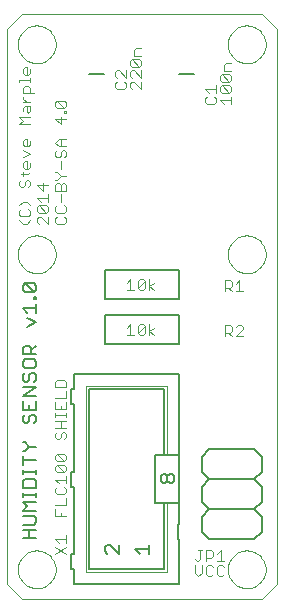
<source format=gto>
G75*
G70*
%OFA0B0*%
%FSLAX24Y24*%
%IPPOS*%
%LPD*%
%AMOC8*
5,1,8,0,0,1.08239X$1,22.5*
%
%ADD10C,0.0000*%
%ADD11C,0.0060*%
%ADD12C,0.0040*%
%ADD13C,0.0020*%
%ADD14C,0.0050*%
%ADD15C,0.0080*%
D10*
X001675Y001175D02*
X001175Y001675D01*
X001175Y020175D01*
X001675Y020675D01*
X009675Y020675D01*
X010175Y020175D01*
X010175Y001675D01*
X009675Y001175D01*
X001675Y001175D01*
X001545Y002175D02*
X001547Y002225D01*
X001553Y002275D01*
X001563Y002324D01*
X001577Y002372D01*
X001594Y002419D01*
X001615Y002464D01*
X001640Y002508D01*
X001668Y002549D01*
X001700Y002588D01*
X001734Y002625D01*
X001771Y002659D01*
X001811Y002689D01*
X001853Y002716D01*
X001897Y002740D01*
X001943Y002761D01*
X001990Y002777D01*
X002038Y002790D01*
X002088Y002799D01*
X002137Y002804D01*
X002188Y002805D01*
X002238Y002802D01*
X002287Y002795D01*
X002336Y002784D01*
X002384Y002769D01*
X002430Y002751D01*
X002475Y002729D01*
X002518Y002703D01*
X002559Y002674D01*
X002598Y002642D01*
X002634Y002607D01*
X002666Y002569D01*
X002696Y002529D01*
X002723Y002486D01*
X002746Y002442D01*
X002765Y002396D01*
X002781Y002348D01*
X002793Y002299D01*
X002801Y002250D01*
X002805Y002200D01*
X002805Y002150D01*
X002801Y002100D01*
X002793Y002051D01*
X002781Y002002D01*
X002765Y001954D01*
X002746Y001908D01*
X002723Y001864D01*
X002696Y001821D01*
X002666Y001781D01*
X002634Y001743D01*
X002598Y001708D01*
X002559Y001676D01*
X002518Y001647D01*
X002475Y001621D01*
X002430Y001599D01*
X002384Y001581D01*
X002336Y001566D01*
X002287Y001555D01*
X002238Y001548D01*
X002188Y001545D01*
X002137Y001546D01*
X002088Y001551D01*
X002038Y001560D01*
X001990Y001573D01*
X001943Y001589D01*
X001897Y001610D01*
X001853Y001634D01*
X001811Y001661D01*
X001771Y001691D01*
X001734Y001725D01*
X001700Y001762D01*
X001668Y001801D01*
X001640Y001842D01*
X001615Y001886D01*
X001594Y001931D01*
X001577Y001978D01*
X001563Y002026D01*
X001553Y002075D01*
X001547Y002125D01*
X001545Y002175D01*
X001545Y012675D02*
X001547Y012725D01*
X001553Y012775D01*
X001563Y012824D01*
X001577Y012872D01*
X001594Y012919D01*
X001615Y012964D01*
X001640Y013008D01*
X001668Y013049D01*
X001700Y013088D01*
X001734Y013125D01*
X001771Y013159D01*
X001811Y013189D01*
X001853Y013216D01*
X001897Y013240D01*
X001943Y013261D01*
X001990Y013277D01*
X002038Y013290D01*
X002088Y013299D01*
X002137Y013304D01*
X002188Y013305D01*
X002238Y013302D01*
X002287Y013295D01*
X002336Y013284D01*
X002384Y013269D01*
X002430Y013251D01*
X002475Y013229D01*
X002518Y013203D01*
X002559Y013174D01*
X002598Y013142D01*
X002634Y013107D01*
X002666Y013069D01*
X002696Y013029D01*
X002723Y012986D01*
X002746Y012942D01*
X002765Y012896D01*
X002781Y012848D01*
X002793Y012799D01*
X002801Y012750D01*
X002805Y012700D01*
X002805Y012650D01*
X002801Y012600D01*
X002793Y012551D01*
X002781Y012502D01*
X002765Y012454D01*
X002746Y012408D01*
X002723Y012364D01*
X002696Y012321D01*
X002666Y012281D01*
X002634Y012243D01*
X002598Y012208D01*
X002559Y012176D01*
X002518Y012147D01*
X002475Y012121D01*
X002430Y012099D01*
X002384Y012081D01*
X002336Y012066D01*
X002287Y012055D01*
X002238Y012048D01*
X002188Y012045D01*
X002137Y012046D01*
X002088Y012051D01*
X002038Y012060D01*
X001990Y012073D01*
X001943Y012089D01*
X001897Y012110D01*
X001853Y012134D01*
X001811Y012161D01*
X001771Y012191D01*
X001734Y012225D01*
X001700Y012262D01*
X001668Y012301D01*
X001640Y012342D01*
X001615Y012386D01*
X001594Y012431D01*
X001577Y012478D01*
X001563Y012526D01*
X001553Y012575D01*
X001547Y012625D01*
X001545Y012675D01*
X001545Y019675D02*
X001547Y019725D01*
X001553Y019775D01*
X001563Y019824D01*
X001577Y019872D01*
X001594Y019919D01*
X001615Y019964D01*
X001640Y020008D01*
X001668Y020049D01*
X001700Y020088D01*
X001734Y020125D01*
X001771Y020159D01*
X001811Y020189D01*
X001853Y020216D01*
X001897Y020240D01*
X001943Y020261D01*
X001990Y020277D01*
X002038Y020290D01*
X002088Y020299D01*
X002137Y020304D01*
X002188Y020305D01*
X002238Y020302D01*
X002287Y020295D01*
X002336Y020284D01*
X002384Y020269D01*
X002430Y020251D01*
X002475Y020229D01*
X002518Y020203D01*
X002559Y020174D01*
X002598Y020142D01*
X002634Y020107D01*
X002666Y020069D01*
X002696Y020029D01*
X002723Y019986D01*
X002746Y019942D01*
X002765Y019896D01*
X002781Y019848D01*
X002793Y019799D01*
X002801Y019750D01*
X002805Y019700D01*
X002805Y019650D01*
X002801Y019600D01*
X002793Y019551D01*
X002781Y019502D01*
X002765Y019454D01*
X002746Y019408D01*
X002723Y019364D01*
X002696Y019321D01*
X002666Y019281D01*
X002634Y019243D01*
X002598Y019208D01*
X002559Y019176D01*
X002518Y019147D01*
X002475Y019121D01*
X002430Y019099D01*
X002384Y019081D01*
X002336Y019066D01*
X002287Y019055D01*
X002238Y019048D01*
X002188Y019045D01*
X002137Y019046D01*
X002088Y019051D01*
X002038Y019060D01*
X001990Y019073D01*
X001943Y019089D01*
X001897Y019110D01*
X001853Y019134D01*
X001811Y019161D01*
X001771Y019191D01*
X001734Y019225D01*
X001700Y019262D01*
X001668Y019301D01*
X001640Y019342D01*
X001615Y019386D01*
X001594Y019431D01*
X001577Y019478D01*
X001563Y019526D01*
X001553Y019575D01*
X001547Y019625D01*
X001545Y019675D01*
X008545Y019675D02*
X008547Y019725D01*
X008553Y019775D01*
X008563Y019824D01*
X008577Y019872D01*
X008594Y019919D01*
X008615Y019964D01*
X008640Y020008D01*
X008668Y020049D01*
X008700Y020088D01*
X008734Y020125D01*
X008771Y020159D01*
X008811Y020189D01*
X008853Y020216D01*
X008897Y020240D01*
X008943Y020261D01*
X008990Y020277D01*
X009038Y020290D01*
X009088Y020299D01*
X009137Y020304D01*
X009188Y020305D01*
X009238Y020302D01*
X009287Y020295D01*
X009336Y020284D01*
X009384Y020269D01*
X009430Y020251D01*
X009475Y020229D01*
X009518Y020203D01*
X009559Y020174D01*
X009598Y020142D01*
X009634Y020107D01*
X009666Y020069D01*
X009696Y020029D01*
X009723Y019986D01*
X009746Y019942D01*
X009765Y019896D01*
X009781Y019848D01*
X009793Y019799D01*
X009801Y019750D01*
X009805Y019700D01*
X009805Y019650D01*
X009801Y019600D01*
X009793Y019551D01*
X009781Y019502D01*
X009765Y019454D01*
X009746Y019408D01*
X009723Y019364D01*
X009696Y019321D01*
X009666Y019281D01*
X009634Y019243D01*
X009598Y019208D01*
X009559Y019176D01*
X009518Y019147D01*
X009475Y019121D01*
X009430Y019099D01*
X009384Y019081D01*
X009336Y019066D01*
X009287Y019055D01*
X009238Y019048D01*
X009188Y019045D01*
X009137Y019046D01*
X009088Y019051D01*
X009038Y019060D01*
X008990Y019073D01*
X008943Y019089D01*
X008897Y019110D01*
X008853Y019134D01*
X008811Y019161D01*
X008771Y019191D01*
X008734Y019225D01*
X008700Y019262D01*
X008668Y019301D01*
X008640Y019342D01*
X008615Y019386D01*
X008594Y019431D01*
X008577Y019478D01*
X008563Y019526D01*
X008553Y019575D01*
X008547Y019625D01*
X008545Y019675D01*
X008545Y012675D02*
X008547Y012725D01*
X008553Y012775D01*
X008563Y012824D01*
X008577Y012872D01*
X008594Y012919D01*
X008615Y012964D01*
X008640Y013008D01*
X008668Y013049D01*
X008700Y013088D01*
X008734Y013125D01*
X008771Y013159D01*
X008811Y013189D01*
X008853Y013216D01*
X008897Y013240D01*
X008943Y013261D01*
X008990Y013277D01*
X009038Y013290D01*
X009088Y013299D01*
X009137Y013304D01*
X009188Y013305D01*
X009238Y013302D01*
X009287Y013295D01*
X009336Y013284D01*
X009384Y013269D01*
X009430Y013251D01*
X009475Y013229D01*
X009518Y013203D01*
X009559Y013174D01*
X009598Y013142D01*
X009634Y013107D01*
X009666Y013069D01*
X009696Y013029D01*
X009723Y012986D01*
X009746Y012942D01*
X009765Y012896D01*
X009781Y012848D01*
X009793Y012799D01*
X009801Y012750D01*
X009805Y012700D01*
X009805Y012650D01*
X009801Y012600D01*
X009793Y012551D01*
X009781Y012502D01*
X009765Y012454D01*
X009746Y012408D01*
X009723Y012364D01*
X009696Y012321D01*
X009666Y012281D01*
X009634Y012243D01*
X009598Y012208D01*
X009559Y012176D01*
X009518Y012147D01*
X009475Y012121D01*
X009430Y012099D01*
X009384Y012081D01*
X009336Y012066D01*
X009287Y012055D01*
X009238Y012048D01*
X009188Y012045D01*
X009137Y012046D01*
X009088Y012051D01*
X009038Y012060D01*
X008990Y012073D01*
X008943Y012089D01*
X008897Y012110D01*
X008853Y012134D01*
X008811Y012161D01*
X008771Y012191D01*
X008734Y012225D01*
X008700Y012262D01*
X008668Y012301D01*
X008640Y012342D01*
X008615Y012386D01*
X008594Y012431D01*
X008577Y012478D01*
X008563Y012526D01*
X008553Y012575D01*
X008547Y012625D01*
X008545Y012675D01*
X008545Y002175D02*
X008547Y002225D01*
X008553Y002275D01*
X008563Y002324D01*
X008577Y002372D01*
X008594Y002419D01*
X008615Y002464D01*
X008640Y002508D01*
X008668Y002549D01*
X008700Y002588D01*
X008734Y002625D01*
X008771Y002659D01*
X008811Y002689D01*
X008853Y002716D01*
X008897Y002740D01*
X008943Y002761D01*
X008990Y002777D01*
X009038Y002790D01*
X009088Y002799D01*
X009137Y002804D01*
X009188Y002805D01*
X009238Y002802D01*
X009287Y002795D01*
X009336Y002784D01*
X009384Y002769D01*
X009430Y002751D01*
X009475Y002729D01*
X009518Y002703D01*
X009559Y002674D01*
X009598Y002642D01*
X009634Y002607D01*
X009666Y002569D01*
X009696Y002529D01*
X009723Y002486D01*
X009746Y002442D01*
X009765Y002396D01*
X009781Y002348D01*
X009793Y002299D01*
X009801Y002250D01*
X009805Y002200D01*
X009805Y002150D01*
X009801Y002100D01*
X009793Y002051D01*
X009781Y002002D01*
X009765Y001954D01*
X009746Y001908D01*
X009723Y001864D01*
X009696Y001821D01*
X009666Y001781D01*
X009634Y001743D01*
X009598Y001708D01*
X009559Y001676D01*
X009518Y001647D01*
X009475Y001621D01*
X009430Y001599D01*
X009384Y001581D01*
X009336Y001566D01*
X009287Y001555D01*
X009238Y001548D01*
X009188Y001545D01*
X009137Y001546D01*
X009088Y001551D01*
X009038Y001560D01*
X008990Y001573D01*
X008943Y001589D01*
X008897Y001610D01*
X008853Y001634D01*
X008811Y001661D01*
X008771Y001691D01*
X008734Y001725D01*
X008700Y001762D01*
X008668Y001801D01*
X008640Y001842D01*
X008615Y001886D01*
X008594Y001931D01*
X008577Y001978D01*
X008563Y002026D01*
X008553Y002075D01*
X008547Y002125D01*
X008545Y002175D01*
D11*
X007925Y003175D02*
X007675Y003425D01*
X007675Y003925D01*
X007925Y004175D01*
X009425Y004175D01*
X009675Y004425D01*
X009675Y004925D01*
X009425Y005175D01*
X009675Y005425D01*
X009675Y005925D01*
X009425Y006175D01*
X007925Y006175D01*
X007675Y005925D01*
X007675Y005425D01*
X007925Y005175D01*
X009425Y005175D01*
X009425Y004175D02*
X009675Y003925D01*
X009675Y003425D01*
X009425Y003175D01*
X007925Y003175D01*
X007925Y004175D02*
X007675Y004425D01*
X007675Y004925D01*
X007925Y005175D01*
X006925Y004375D02*
X006925Y003675D01*
X006875Y003675D01*
X006875Y003175D01*
X006925Y003175D01*
X006925Y001675D01*
X003425Y001675D01*
X003425Y002175D01*
X003325Y002175D01*
X003325Y002675D01*
X003425Y002675D01*
X003425Y004925D01*
X003325Y004925D01*
X003325Y005425D01*
X003425Y005425D01*
X003425Y007675D01*
X003325Y007675D01*
X003325Y008175D01*
X003425Y008175D01*
X003425Y008675D01*
X006925Y008675D01*
X006925Y005975D01*
X006525Y005975D01*
X006425Y005975D01*
X006425Y008175D01*
X003925Y008175D01*
X003925Y002175D01*
X006425Y002175D01*
X006425Y004375D01*
X006525Y004375D01*
X006925Y004375D01*
X006925Y005975D01*
X006425Y005975D02*
X006125Y005975D01*
X006125Y004375D01*
X006425Y004375D01*
X002145Y004419D02*
X001705Y004419D01*
X001851Y004273D01*
X001705Y004126D01*
X002145Y004126D01*
X002072Y003959D02*
X001705Y003959D01*
X001705Y003665D02*
X002072Y003665D01*
X002145Y003739D01*
X002145Y003886D01*
X002072Y003959D01*
X002145Y003499D02*
X001705Y003499D01*
X001925Y003499D02*
X001925Y003205D01*
X002145Y003205D02*
X001705Y003205D01*
X001705Y004586D02*
X001705Y004733D01*
X001705Y004660D02*
X002145Y004660D01*
X002145Y004733D02*
X002145Y004586D01*
X002145Y004893D02*
X002145Y005113D01*
X002072Y005187D01*
X001778Y005187D01*
X001705Y005113D01*
X001705Y004893D01*
X002145Y004893D01*
X002145Y005353D02*
X002145Y005500D01*
X002145Y005427D02*
X001705Y005427D01*
X001705Y005500D02*
X001705Y005353D01*
X001705Y005660D02*
X001705Y005954D01*
X001705Y005807D02*
X002145Y005807D01*
X002145Y006268D02*
X001925Y006268D01*
X001778Y006414D01*
X001705Y006414D01*
X001925Y006268D02*
X001778Y006121D01*
X001705Y006121D01*
X001778Y007042D02*
X001851Y007042D01*
X001925Y007115D01*
X001925Y007262D01*
X001998Y007335D01*
X002072Y007335D01*
X002145Y007262D01*
X002145Y007115D01*
X002072Y007042D01*
X002145Y007502D02*
X002145Y007796D01*
X002145Y007962D02*
X001705Y007962D01*
X002145Y008256D01*
X001705Y008256D01*
X001778Y008423D02*
X001851Y008423D01*
X001925Y008496D01*
X001925Y008643D01*
X001998Y008716D01*
X002072Y008716D01*
X002145Y008643D01*
X002145Y008496D01*
X002072Y008423D01*
X002072Y008883D02*
X002145Y008957D01*
X002145Y009103D01*
X002072Y009177D01*
X001778Y009177D01*
X001705Y009103D01*
X001705Y008957D01*
X001778Y008883D01*
X002072Y008883D01*
X002145Y009344D02*
X001705Y009344D01*
X001705Y009564D01*
X001778Y009637D01*
X001925Y009637D01*
X001998Y009564D01*
X001998Y009344D01*
X001998Y009490D02*
X002145Y009637D01*
X001851Y010264D02*
X002145Y010411D01*
X001851Y010558D01*
X001851Y010725D02*
X001705Y010872D01*
X002145Y010872D01*
X002145Y011018D02*
X002145Y010725D01*
X002145Y011185D02*
X002145Y011259D01*
X002072Y011259D01*
X002072Y011185D01*
X002145Y011185D01*
X002072Y011415D02*
X001778Y011709D01*
X002072Y011709D01*
X002145Y011636D01*
X002145Y011489D01*
X002072Y011415D01*
X001778Y011415D01*
X001705Y011489D01*
X001705Y011636D01*
X001778Y011709D01*
X001778Y008716D02*
X001705Y008643D01*
X001705Y008496D01*
X001778Y008423D01*
X001705Y007796D02*
X001705Y007502D01*
X002145Y007502D01*
X001925Y007502D02*
X001925Y007649D01*
X001778Y007335D02*
X001705Y007262D01*
X001705Y007115D01*
X001778Y007042D01*
D12*
X002795Y007132D02*
X003155Y007132D01*
X003155Y007260D02*
X003155Y007380D01*
X003155Y007320D02*
X002795Y007320D01*
X002795Y007260D02*
X002795Y007380D01*
X002795Y007505D02*
X003155Y007505D01*
X003155Y007746D01*
X003155Y007874D02*
X003155Y008114D01*
X003155Y008242D02*
X003155Y008422D01*
X003095Y008482D01*
X002855Y008482D01*
X002795Y008422D01*
X002795Y008242D01*
X003155Y008242D01*
X003155Y007874D02*
X002795Y007874D01*
X002795Y007746D02*
X002795Y007505D01*
X002975Y007505D02*
X002975Y007625D01*
X002975Y007132D02*
X002975Y006892D01*
X003035Y006763D02*
X003095Y006763D01*
X003155Y006703D01*
X003155Y006583D01*
X003095Y006523D01*
X002975Y006583D02*
X002975Y006703D01*
X003035Y006763D01*
X003155Y006892D02*
X002795Y006892D01*
X002855Y006763D02*
X002795Y006703D01*
X002795Y006583D01*
X002855Y006523D01*
X002915Y006523D01*
X002975Y006583D01*
X002855Y006027D02*
X003095Y006027D01*
X003155Y005967D01*
X003155Y005847D01*
X003095Y005787D01*
X002855Y006027D01*
X002795Y005967D01*
X002795Y005847D01*
X002855Y005787D01*
X003095Y005787D01*
X003095Y005658D02*
X003155Y005598D01*
X003155Y005478D01*
X003095Y005418D01*
X002855Y005658D01*
X003095Y005658D01*
X003095Y005418D02*
X002855Y005418D01*
X002795Y005478D01*
X002795Y005598D01*
X002855Y005658D01*
X003155Y005290D02*
X003155Y005050D01*
X003155Y005170D02*
X002795Y005170D01*
X002915Y005050D01*
X002855Y004922D02*
X002795Y004862D01*
X002795Y004742D01*
X002855Y004682D01*
X003095Y004682D01*
X003155Y004742D01*
X003155Y004862D01*
X003095Y004922D01*
X003155Y004554D02*
X003155Y004313D01*
X002795Y004313D01*
X002795Y004185D02*
X002795Y003945D01*
X003155Y003945D01*
X002975Y003945D02*
X002975Y004065D01*
X003155Y003304D02*
X003155Y003063D01*
X003155Y003183D02*
X002795Y003183D01*
X002915Y003063D01*
X002795Y002935D02*
X003155Y002695D01*
X003155Y002935D02*
X002795Y002695D01*
X005173Y009995D02*
X005413Y009995D01*
X005293Y009995D02*
X005293Y010355D01*
X005173Y010235D01*
X005542Y010295D02*
X005542Y010055D01*
X005782Y010295D01*
X005782Y010055D01*
X005722Y009995D01*
X005602Y009995D01*
X005542Y010055D01*
X005542Y010295D02*
X005602Y010355D01*
X005722Y010355D01*
X005782Y010295D01*
X005910Y010355D02*
X005910Y009995D01*
X005910Y010115D02*
X006090Y010235D01*
X005910Y010115D02*
X006090Y009995D01*
X006090Y011495D02*
X005910Y011615D01*
X006090Y011735D01*
X005910Y011855D02*
X005910Y011495D01*
X005782Y011555D02*
X005722Y011495D01*
X005602Y011495D01*
X005542Y011555D01*
X005782Y011795D01*
X005782Y011555D01*
X005782Y011795D02*
X005722Y011855D01*
X005602Y011855D01*
X005542Y011795D01*
X005542Y011555D01*
X005413Y011495D02*
X005173Y011495D01*
X005293Y011495D02*
X005293Y011855D01*
X005173Y011735D01*
X003155Y013755D02*
X003155Y013875D01*
X003095Y013935D01*
X003095Y014063D02*
X003155Y014123D01*
X003155Y014243D01*
X003095Y014304D01*
X002975Y014432D02*
X002975Y014672D01*
X002975Y014800D02*
X002975Y014980D01*
X003035Y015040D01*
X003095Y015040D01*
X003155Y014980D01*
X003155Y014800D01*
X002795Y014800D01*
X002795Y014980D01*
X002855Y015040D01*
X002915Y015040D01*
X002975Y014980D01*
X002855Y015168D02*
X002975Y015288D01*
X003155Y015288D01*
X002975Y015288D02*
X002855Y015408D01*
X002795Y015408D01*
X002795Y015168D02*
X002855Y015168D01*
X002975Y015537D02*
X002975Y015777D01*
X002915Y015905D02*
X002975Y015965D01*
X002975Y016085D01*
X003035Y016145D01*
X003095Y016145D01*
X003155Y016085D01*
X003155Y015965D01*
X003095Y015905D01*
X002915Y015905D02*
X002855Y015905D01*
X002795Y015965D01*
X002795Y016085D01*
X002855Y016145D01*
X002915Y016273D02*
X002795Y016393D01*
X002915Y016513D01*
X003155Y016513D01*
X002975Y016513D02*
X002975Y016273D01*
X002915Y016273D02*
X003155Y016273D01*
X002975Y017010D02*
X002975Y017250D01*
X003095Y017378D02*
X003095Y017438D01*
X003155Y017438D01*
X003155Y017378D01*
X003095Y017378D01*
X003095Y017562D02*
X002855Y017803D01*
X003095Y017803D01*
X003155Y017742D01*
X003155Y017622D01*
X003095Y017562D01*
X002855Y017562D01*
X002795Y017622D01*
X002795Y017742D01*
X002855Y017803D01*
X002795Y017190D02*
X002975Y017010D01*
X003155Y017190D02*
X002795Y017190D01*
X002075Y018053D02*
X001715Y018053D01*
X001715Y018234D01*
X001775Y018294D01*
X001895Y018294D01*
X001955Y018234D01*
X001955Y018053D01*
X001715Y017867D02*
X001835Y017746D01*
X001955Y017746D02*
X001715Y017746D01*
X001715Y017867D02*
X001715Y017927D01*
X001775Y017618D02*
X001955Y017618D01*
X001955Y017438D01*
X001895Y017378D01*
X001835Y017438D01*
X001835Y017618D01*
X001775Y017618D02*
X001715Y017558D01*
X001715Y017438D01*
X001595Y017250D02*
X001955Y017250D01*
X001955Y017010D02*
X001595Y017010D01*
X001715Y017130D01*
X001595Y017250D01*
X001775Y016513D02*
X001835Y016513D01*
X001835Y016273D01*
X001895Y016273D02*
X001775Y016273D01*
X001715Y016333D01*
X001715Y016453D01*
X001775Y016513D01*
X001955Y016333D02*
X001895Y016273D01*
X001955Y016333D02*
X001955Y016453D01*
X001715Y016145D02*
X001955Y016025D01*
X001715Y015905D01*
X001775Y015777D02*
X001835Y015777D01*
X001835Y015537D01*
X001895Y015537D02*
X001775Y015537D01*
X001715Y015597D01*
X001715Y015717D01*
X001775Y015777D01*
X001955Y015597D02*
X001895Y015537D01*
X001955Y015597D02*
X001955Y015717D01*
X001955Y015411D02*
X001895Y015351D01*
X001655Y015351D01*
X001715Y015291D02*
X001715Y015411D01*
X001655Y015163D02*
X001595Y015103D01*
X001595Y014983D01*
X001655Y014923D01*
X001715Y014923D01*
X001775Y014983D01*
X001775Y015103D01*
X001835Y015163D01*
X001895Y015163D01*
X001955Y015103D01*
X001955Y014983D01*
X001895Y014923D01*
X001835Y014429D02*
X001715Y014429D01*
X001595Y014309D01*
X001655Y014181D02*
X001595Y014121D01*
X001595Y014001D01*
X001655Y013941D01*
X001895Y013941D01*
X001955Y014001D01*
X001955Y014121D01*
X001895Y014181D01*
X001955Y014309D02*
X001835Y014429D01*
X002195Y014552D02*
X002555Y014552D01*
X002555Y014432D02*
X002555Y014672D01*
X002555Y014980D02*
X002195Y014980D01*
X002375Y014800D01*
X002375Y015040D01*
X002195Y014552D02*
X002315Y014432D01*
X002255Y014304D02*
X002495Y014063D01*
X002555Y014123D01*
X002555Y014243D01*
X002495Y014304D01*
X002255Y014304D01*
X002195Y014243D01*
X002195Y014123D01*
X002255Y014063D01*
X002495Y014063D01*
X002555Y013935D02*
X002555Y013695D01*
X002315Y013935D01*
X002255Y013935D01*
X002195Y013875D01*
X002195Y013755D01*
X002255Y013695D01*
X001955Y013815D02*
X001835Y013695D01*
X001715Y013695D01*
X001595Y013815D01*
X002795Y013755D02*
X002855Y013695D01*
X003095Y013695D01*
X003155Y013755D01*
X003095Y014063D02*
X002855Y014063D01*
X002795Y014123D01*
X002795Y014243D01*
X002855Y014304D01*
X002855Y013935D02*
X002795Y013875D01*
X002795Y013755D01*
X004855Y018195D02*
X005095Y018195D01*
X005155Y018255D01*
X005155Y018375D01*
X005095Y018435D01*
X005155Y018563D02*
X004915Y018804D01*
X004855Y018804D01*
X004795Y018743D01*
X004795Y018623D01*
X004855Y018563D01*
X004855Y018435D02*
X004795Y018375D01*
X004795Y018255D01*
X004855Y018195D01*
X005155Y018563D02*
X005155Y018804D01*
X005295Y018743D02*
X005295Y018623D01*
X005355Y018563D01*
X005355Y018435D02*
X005295Y018375D01*
X005295Y018255D01*
X005355Y018195D01*
X005355Y018435D02*
X005415Y018435D01*
X005655Y018195D01*
X005655Y018435D01*
X005655Y018563D02*
X005415Y018804D01*
X005355Y018804D01*
X005295Y018743D01*
X005355Y018932D02*
X005295Y018992D01*
X005295Y019112D01*
X005355Y019172D01*
X005595Y018932D01*
X005655Y018992D01*
X005655Y019112D01*
X005595Y019172D01*
X005355Y019172D01*
X005415Y019300D02*
X005415Y019480D01*
X005475Y019540D01*
X005655Y019540D01*
X005655Y019300D02*
X005415Y019300D01*
X005355Y018932D02*
X005595Y018932D01*
X005655Y018804D02*
X005655Y018563D01*
X007795Y018183D02*
X008155Y018183D01*
X008155Y018063D02*
X008155Y018304D01*
X008095Y017935D02*
X008155Y017875D01*
X008155Y017755D01*
X008095Y017695D01*
X007855Y017695D01*
X007795Y017755D01*
X007795Y017875D01*
X007855Y017935D01*
X007915Y018063D02*
X007795Y018183D01*
X008295Y018123D02*
X008295Y018243D01*
X008355Y018304D01*
X008595Y018063D01*
X008655Y018123D01*
X008655Y018243D01*
X008595Y018304D01*
X008355Y018304D01*
X008355Y018432D02*
X008295Y018492D01*
X008295Y018612D01*
X008355Y018672D01*
X008595Y018432D01*
X008655Y018492D01*
X008655Y018612D01*
X008595Y018672D01*
X008355Y018672D01*
X008415Y018800D02*
X008415Y018980D01*
X008475Y019040D01*
X008655Y019040D01*
X008655Y018800D02*
X008415Y018800D01*
X008355Y018432D02*
X008595Y018432D01*
X008595Y018063D02*
X008355Y018063D01*
X008295Y018123D01*
X008295Y017815D02*
X008655Y017815D01*
X008655Y017695D02*
X008655Y017935D01*
X008415Y017695D02*
X008295Y017815D01*
X008445Y011805D02*
X008625Y011805D01*
X008685Y011745D01*
X008685Y011625D01*
X008625Y011565D01*
X008445Y011565D01*
X008445Y011445D02*
X008445Y011805D01*
X008565Y011565D02*
X008685Y011445D01*
X008813Y011445D02*
X009054Y011445D01*
X008933Y011445D02*
X008933Y011805D01*
X008813Y011685D01*
X008873Y010305D02*
X008813Y010245D01*
X008873Y010305D02*
X008993Y010305D01*
X009054Y010245D01*
X009054Y010185D01*
X008813Y009945D01*
X009054Y009945D01*
X008685Y009945D02*
X008565Y010065D01*
X008625Y010065D02*
X008445Y010065D01*
X008445Y009945D02*
X008445Y010305D01*
X008625Y010305D01*
X008685Y010245D01*
X008685Y010125D01*
X008625Y010065D01*
X008302Y002805D02*
X008182Y002685D01*
X008302Y002805D02*
X008302Y002445D01*
X008182Y002445D02*
X008422Y002445D01*
X008362Y002305D02*
X008242Y002305D01*
X008182Y002245D01*
X008182Y002005D01*
X008242Y001945D01*
X008362Y001945D01*
X008422Y002005D01*
X008422Y002245D02*
X008362Y002305D01*
X008054Y002245D02*
X007993Y002305D01*
X007873Y002305D01*
X007813Y002245D01*
X007813Y002005D01*
X007873Y001945D01*
X007993Y001945D01*
X008054Y002005D01*
X007813Y002445D02*
X007813Y002805D01*
X007993Y002805D01*
X008054Y002745D01*
X008054Y002625D01*
X007993Y002565D01*
X007813Y002565D01*
X007625Y002505D02*
X007625Y002805D01*
X007565Y002805D02*
X007685Y002805D01*
X007625Y002505D02*
X007565Y002445D01*
X007505Y002445D01*
X007445Y002505D01*
X007445Y002305D02*
X007445Y002065D01*
X007565Y001945D01*
X007685Y002065D01*
X007685Y002305D01*
X001955Y018422D02*
X001955Y018542D01*
X001955Y018482D02*
X001595Y018482D01*
X001595Y018422D01*
X001775Y018667D02*
X001715Y018727D01*
X001715Y018847D01*
X001775Y018907D01*
X001835Y018907D01*
X001835Y018667D01*
X001895Y018667D02*
X001775Y018667D01*
X001895Y018667D02*
X001955Y018727D01*
X001955Y018847D01*
D13*
X003825Y008275D02*
X003825Y002075D01*
X006525Y002075D01*
X006525Y004375D01*
X006525Y005975D02*
X006525Y008275D01*
X003825Y008275D01*
D14*
X006375Y005350D02*
X006300Y005275D01*
X006300Y005125D01*
X006375Y005050D01*
X006450Y005050D01*
X006525Y005125D01*
X006525Y005275D01*
X006600Y005350D01*
X006675Y005350D01*
X006750Y005275D01*
X006750Y005125D01*
X006675Y005050D01*
X006600Y005050D01*
X006525Y005125D01*
X006525Y005275D02*
X006450Y005350D01*
X006375Y005350D01*
X005900Y003000D02*
X005900Y002700D01*
X005900Y002850D02*
X005450Y002850D01*
X005600Y002700D01*
X004900Y002700D02*
X004600Y003000D01*
X004525Y003000D01*
X004450Y002925D01*
X004450Y002775D01*
X004525Y002700D01*
X004900Y002700D02*
X004900Y003000D01*
D15*
X004435Y009703D02*
X004435Y010647D01*
X006915Y010647D01*
X006915Y009703D01*
X004435Y009703D01*
X004435Y011203D02*
X004435Y012147D01*
X006915Y012147D01*
X006915Y011203D01*
X004435Y011203D01*
X004425Y018675D02*
X003925Y018675D01*
X006925Y018675D02*
X007425Y018675D01*
M02*

</source>
